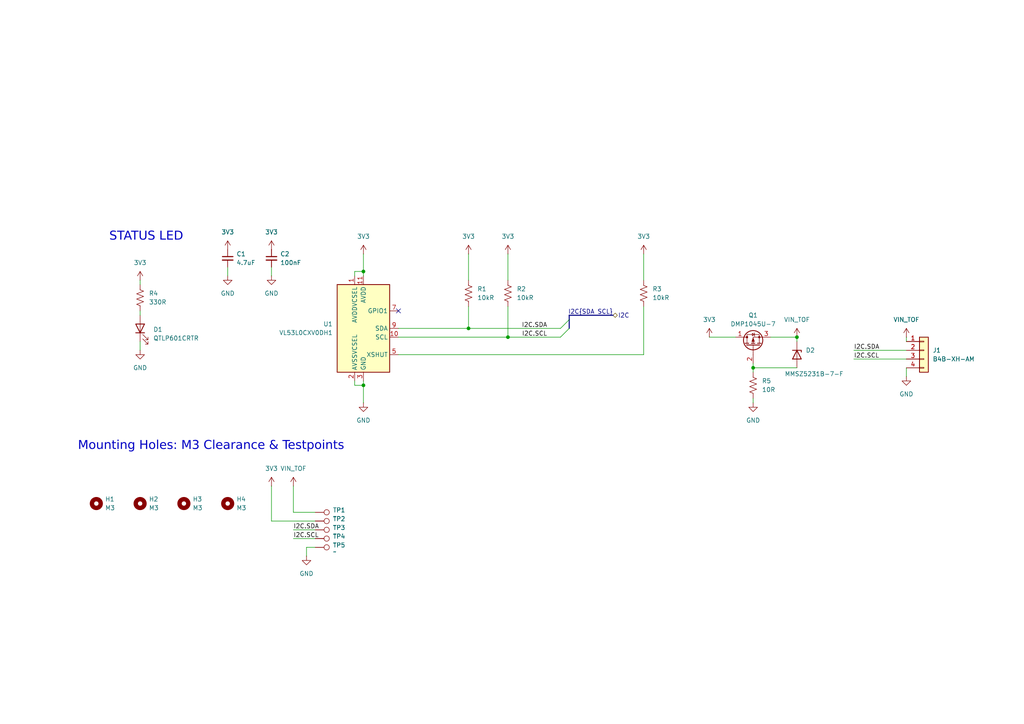
<source format=kicad_sch>
(kicad_sch (version 20231120) (generator "eeschema") (generator_version "8.0")
  (paper "A4")
  (title_block (title "${SHEETNAME}") (date "2024-11-26") (rev "1.0.0") (company "Demeter") (comment 1 "Akshat Doctor"))
  (lib_symbols
    (symbol "Connector:TestPoint" (pin_numbers hide) (pin_names (offset 0.762) hide)
      (property "Reference" "TP" (at 0 6.858 0))
      (property "Value" "TestPoint" (at 0 5.08 0))
      (symbol "TestPoint_0_1"
        (circle (center 0 3.302) (radius 0.762))
      )
      (symbol "TestPoint_1_1"
        (pin passive line (at 0 0 90) (length 2.54) (name "1") (number "1"))
      )
    )
    (symbol "Connector_Generic:Conn_01x04" (pin_names (offset 1.016) hide)
      (property "Reference" "J" (at 0 5.08 0))
      (property "Value" "Conn_01x04" (at 0 -7.62 0))
      (symbol "Conn_01x04_1_1"
        (rectangle (start -1.27 -4.953) (end 0 -5.207) (stroke (width 0.1524)))
        (rectangle (start -1.27 -2.413) (end 0 -2.667) (stroke (width 0.1524)))
        (rectangle (start -1.27 0.127) (end 0 -0.127) (stroke (width 0.1524)))
        (rectangle (start -1.27 2.667) (end 0 2.413) (stroke (width 0.1524)))
        (rectangle (start -1.27 3.81) (end 1.27 -6.35) (stroke (width 0.254)) (fill (type background)))
        (pin passive line (at -5.08 2.54 0) (length 3.81) (name "Pin_1") (number "1"))
        (pin passive line (at -5.08 0 0) (length 3.81) (name "Pin_2") (number "2"))
        (pin passive line (at -5.08 -2.54 0) (length 3.81) (name "Pin_3") (number "3"))
        (pin passive line (at -5.08 -5.08 0) (length 3.81) (name "Pin_4") (number "4"))
      )
    )
    (symbol "Device:C_Small" (pin_numbers hide) (pin_names (offset 0.254) hide)
      (property "Reference" "C" (at 0.254 1.778 0))
      (property "Value" "C_Small" (at 0.254 -2.032 0))
      (symbol "C_Small_0_1"
        (polyline (pts (xy -1.524 -0.508) (xy 1.524 -0.508)) (stroke (width 0.3302)))
        (polyline (pts (xy -1.524 0.508) (xy 1.524 0.508)) (stroke (width 0.3048)))
      )
      (symbol "C_Small_1_1"
        (pin passive line (at 0 2.54 270) (length 2.032) (name "~") (number "1"))
        (pin passive line (at 0 -2.54 90) (length 2.032) (name "~") (number "2"))
      )
    )
    (symbol "Device:D_Zener" (pin_numbers hide) (pin_names (offset 1.016) hide)
      (property "Reference" "D" (at 0 2.54 0))
      (property "Value" "D_Zener" (at 0 -2.54 0))
      (symbol "D_Zener_0_1"
        (polyline (pts (xy 1.27 0) (xy -1.27 0)))
        (polyline (pts (xy -1.27 -1.27) (xy -1.27 1.27) (xy -0.762 1.27)) (stroke (width 0.254)))
        (polyline (pts (xy 1.27 -1.27) (xy 1.27 1.27) (xy -1.27 0) (xy 1.27 -1.27)) (stroke (width 0.254)))
      )
      (symbol "D_Zener_1_1"
        (pin passive line (at -3.81 0 0) (length 2.54) (name "K") (number "1"))
        (pin passive line (at 3.81 0 180) (length 2.54) (name "A") (number "2"))
      )
    )
    (symbol "Device:LED" (pin_numbers hide) (pin_names (offset 1.016) hide)
      (property "Reference" "D" (at 0 2.54 0))
      (property "Value" "LED" (at 0 -2.54 0))
      (symbol "LED_0_1"
        (polyline (pts (xy -1.27 -1.27) (xy -1.27 1.27)) (stroke (width 0.254)))
        (polyline (pts (xy -1.27 0) (xy 1.27 0)))
        (polyline (pts (xy 1.27 -1.27) (xy 1.27 1.27) (xy -1.27 0) (xy 1.27 -1.27)) (stroke (width 0.254)))
        (polyline (pts (xy -3.048 -0.762) (xy -4.572 -2.286) (xy -3.81 -2.286) (xy -4.572 -2.286) (xy -4.572 -1.524)))
        (polyline (pts (xy -1.778 -0.762) (xy -3.302 -2.286) (xy -2.54 -2.286) (xy -3.302 -2.286) (xy -3.302 -1.524)))
      )
      (symbol "LED_1_1"
        (pin passive line (at -3.81 0 0) (length 2.54) (name "K") (number "1"))
        (pin passive line (at 3.81 0 180) (length 2.54) (name "A") (number "2"))
      )
    )
    (symbol "Device:Q_PMOS_DGS" (pin_names (offset 0) hide)
      (property "Reference" "Q" (at 5.08 1.27 0))
      (property "Value" "Q_PMOS_DGS" (at 5.08 -1.27 0))
      (symbol "Q_PMOS_DGS_0_1"
        (polyline (pts (xy 0.254 0) (xy -2.54 0)))
        (polyline (pts (xy 0.254 1.905) (xy 0.254 -1.905)) (stroke (width 0.254)))
        (polyline (pts (xy 0.762 -1.27) (xy 0.762 -2.286)) (stroke (width 0.254)))
        (polyline (pts (xy 0.762 0.508) (xy 0.762 -0.508)) (stroke (width 0.254)))
        (polyline (pts (xy 0.762 2.286) (xy 0.762 1.27)) (stroke (width 0.254)))
        (polyline (pts (xy 2.54 2.54) (xy 2.54 1.778)))
        (polyline (pts (xy 2.54 -2.54) (xy 2.54 0) (xy 0.762 0)))
        (polyline (pts (xy 0.762 1.778) (xy 3.302 1.778) (xy 3.302 -1.778) (xy 0.762 -1.778)))
        (polyline (pts (xy 2.286 0) (xy 1.27 0.381) (xy 1.27 -0.381) (xy 2.286 0)) (fill (type outline)))
        (polyline (pts (xy 2.794 -0.508) (xy 2.921 -0.381) (xy 3.683 -0.381) (xy 3.81 -0.254)))
        (polyline (pts (xy 3.302 -0.381) (xy 2.921 0.254) (xy 3.683 0.254) (xy 3.302 -0.381)))
        (circle (center 1.651 0) (radius 2.794) (stroke (width 0.254)))
        (circle (center 2.54 -1.778) (radius 0.254) (fill (type outline)))
        (circle (center 2.54 1.778) (radius 0.254) (fill (type outline)))
      )
      (symbol "Q_PMOS_DGS_1_1"
        (pin passive line (at 2.54 5.08 270) (length 2.54) (name "D") (number "1"))
        (pin input line (at -5.08 0 0) (length 2.54) (name "G") (number "2"))
        (pin passive line (at 2.54 -5.08 90) (length 2.54) (name "S") (number "3"))
      )
    )
    (symbol "Device:R_US" (pin_numbers hide) (pin_names (offset 0))
      (property "Reference" "R" (at 2.54 0 90))
      (property "Value" "R_US" (at -2.54 0 90))
      (symbol "R_US_0_1"
        (polyline (pts (xy 0 -2.286) (xy 0 -2.54)))
        (polyline (pts (xy 0 2.286) (xy 0 2.54)))
        (polyline (pts (xy 0 -0.762) (xy 1.016 -1.143) (xy 0 -1.524) (xy -1.016 -1.905) (xy 0 -2.286)))
        (polyline (pts (xy 0 0.762) (xy 1.016 0.381) (xy 0 0) (xy -1.016 -0.381) (xy 0 -0.762)))
        (polyline (pts (xy 0 2.286) (xy 1.016 1.905) (xy 0 1.524) (xy -1.016 1.143) (xy 0 0.762)))
      )
      (symbol "R_US_1_1"
        (pin passive line (at 0 3.81 270) (length 1.27) (name "~") (number "1"))
        (pin passive line (at 0 -3.81 90) (length 1.27) (name "~") (number "2"))
      )
    )
    (symbol "Mechanical:MountingHole" (pin_names (offset 1.016)) (exclude_from_sim yes) (in_bom no)
      (property "Reference" "H" (at 0 5.08 0))
      (property "Value" "MountingHole" (at 0 3.175 0))
      (symbol "MountingHole_0_1"
        (circle (center 0 0) (radius 1.27) (stroke (width 1.27)))
      )
    )
    (symbol "Sensor_Distance:VL53L0CXV0DH1"
      (property "Reference" "U" (at -6.35 13.97 0))
      (property "Value" "VL53L0CXV0DH1" (at 12.065 13.97 0))
      (symbol "VL53L0CXV0DH1_0_1"
        (rectangle (start -7.62 12.7) (end 7.62 -12.7) (stroke (width 0.254)) (fill (type background)))
      )
      (symbol "VL53L0CXV0DH1_1_1"
        (pin power_in line (at 2.54 15.24 270) (length 2.54) (name "AVDDVCSEL") (number "1"))
        (pin input line (at -10.16 -2.54 0) (length 2.54) (name "SCL") (number "10"))
        (pin power_in line (at 0 15.24 270) (length 2.54) (name "AVDD") (number "11"))
        (pin passive line (at 0 -15.24 90) (length 2.54) hide (name "GND") (number "12"))
        (pin power_in line (at 2.54 -15.24 90) (length 2.54) (name "AVSSVCSEL") (number "2"))
        (pin power_in line (at 0 -15.24 90) (length 2.54) (name "GND") (number "3"))
        (pin passive line (at 0 -15.24 90) (length 2.54) hide (name "GND") (number "4"))
        (pin input line (at -10.16 -7.62 0) (length 2.54) (name "XSHUT") (number "5"))
        (pin passive line (at 0 -15.24 90) (length 2.54) hide (name "GND") (number "6"))
        (pin open_collector line (at -10.16 5.08 0) (length 2.54) (name "GPIO1") (number "7"))
        (pin no_connect line (at -7.62 7.62 0) (length 2.54) hide (name "DNC") (number "8"))
        (pin bidirectional line (at -10.16 0 0) (length 2.54) (name "SDA") (number "9"))
      )
    )
    (symbol "power:GND" (power) (pin_numbers hide) (pin_names (offset 0) hide)
      (property "Value" "GND" (at 0 -3.81 0))
      (symbol "GND_0_1"
        (polyline (pts (xy 0 0) (xy 0 -1.27) (xy 1.27 -1.27) (xy 0 -2.54) (xy -1.27 -1.27) (xy 0 -1.27)))
      )
      (symbol "GND_1_1"
        (pin power_in line (at 0 0 270) (length 0) (name "~") (number "1"))
      )
    )
    (symbol "power:VBUS" (power) (pin_numbers hide) (pin_names (offset 0) hide)
      (property "Value" "VBUS" (at 0 3.556 0))
      (symbol "VBUS_0_1"
        (polyline (pts (xy -0.762 1.27) (xy 0 2.54)))
        (polyline (pts (xy 0 0) (xy 0 2.54)))
        (polyline (pts (xy 0 2.54) (xy 0.762 1.27)))
      )
      (symbol "VBUS_1_1"
        (pin power_in line (at 0 0 90) (length 0) (name "~") (number "1"))
      )
    )
  )
  (junction (at 218.44 106.68))
  (junction (at 105.41 78.74))
  (junction (at 147.32 97.79))
  (junction (at 135.89 95.25))
  (junction (at 105.41 111.76))
  (junction (at 231.14 97.79))
  (no_connect (at 115.57 90.17))
  (bus_entry (at 165.1 92.71) (size -2.54 2.54))
  (bus_entry (at 165.1 95.25) (size -2.54 2.54))
  (wire (pts (xy 247.65 104.14) (xy 262.89 104.14)))
  (wire (pts (xy 102.87 110.49) (xy 102.87 111.76)))
  (wire (pts (xy 186.69 88.9) (xy 186.69 102.87)))
  (wire (pts (xy 105.41 78.74) (xy 105.41 80.01)))
  (wire (pts (xy 91.44 148.59) (xy 85.09 148.59)))
  (wire (pts (xy 102.87 78.74) (xy 105.41 78.74)))
  (wire (pts (xy 40.64 90.17) (xy 40.64 91.44)))
  (wire (pts (xy 88.9 158.75) (xy 88.9 161.29)))
  (wire (pts (xy 102.87 111.76) (xy 105.41 111.76)))
  (wire (pts (xy 218.44 106.68) (xy 231.14 106.68)))
  (wire (pts (xy 78.74 140.97) (xy 78.74 151.13)))
  (bus (pts (xy 165.1 92.71) (xy 165.1 95.25)))
  (wire (pts (xy 135.89 95.25) (xy 115.57 95.25)))
  (wire (pts (xy 162.56 95.25) (xy 135.89 95.25)))
  (wire (pts (xy 247.65 101.6) (xy 262.89 101.6)))
  (wire (pts (xy 135.89 73.66) (xy 135.89 81.28)))
  (wire (pts (xy 91.44 158.75) (xy 88.9 158.75)))
  (wire (pts (xy 105.41 111.76) (xy 105.41 116.84)))
  (wire (pts (xy 135.89 88.9) (xy 135.89 95.25)))
  (wire (pts (xy 231.14 99.06) (xy 231.14 97.79)))
  (wire (pts (xy 105.41 73.66) (xy 105.41 78.74)))
  (wire (pts (xy 223.52 97.79) (xy 231.14 97.79)))
  (wire (pts (xy 218.44 115.57) (xy 218.44 116.84)))
  (wire (pts (xy 147.32 88.9) (xy 147.32 97.79)))
  (wire (pts (xy 66.04 77.47) (xy 66.04 80.01)))
  (wire (pts (xy 91.44 151.13) (xy 78.74 151.13)))
  (wire (pts (xy 147.32 97.79) (xy 115.57 97.79)))
  (wire (pts (xy 102.87 80.01) (xy 102.87 78.74)))
  (wire (pts (xy 85.09 140.97) (xy 85.09 148.59)))
  (wire (pts (xy 40.64 81.28) (xy 40.64 82.55)))
  (wire (pts (xy 218.44 107.95) (xy 218.44 106.68)))
  (wire (pts (xy 40.64 99.06) (xy 40.64 101.6)))
  (wire (pts (xy 262.89 106.68) (xy 262.89 109.22)))
  (wire (pts (xy 78.74 77.47) (xy 78.74 80.01)))
  (wire (pts (xy 85.09 153.67) (xy 91.44 153.67)))
  (bus (pts (xy 177.8 91.44) (xy 165.1 91.44)))
  (wire (pts (xy 218.44 105.41) (xy 218.44 106.68)))
  (wire (pts (xy 115.57 102.87) (xy 186.69 102.87)))
  (wire (pts (xy 262.89 97.79) (xy 262.89 99.06)))
  (wire (pts (xy 105.41 110.49) (xy 105.41 111.76)))
  (wire (pts (xy 85.09 156.21) (xy 91.44 156.21)))
  (wire (pts (xy 205.74 97.79) (xy 213.36 97.79)))
  (bus (pts (xy 165.1 91.44) (xy 165.1 92.71)))
  (wire (pts (xy 186.69 73.66) (xy 186.69 81.28)))
  (wire (pts (xy 147.32 73.66) (xy 147.32 81.28)))
  (wire (pts (xy 162.56 97.79) (xy 147.32 97.79)))
  (text "STATUS LED\n" (exclude_from_sim yes) (at 42.418 69.342 0) (effects (font (size 2.54 2.54))))
  (text "Mounting Holes: M3 Clearance & Testpoints\n" (at 61.214 130.048 0) (effects (font (size 2.54 2.54))))
  (label "I2C.SCL" (at 247.65 104.14 0))
  (label "I2C{SDA SCL}" (at 177.8 91.44 180))
  (label "I2C.SDA" (at 158.75 95.25 180))
  (label "I2C.SDA" (at 85.09 153.67 0))
  (label "I2C.SCL" (at 85.09 156.21 0))
  (label "I2C.SCL" (at 158.75 97.79 180))
  (label "I2C.SDA" (at 247.65 101.6 0))
  (hierarchical_label "I2C" (shape bidirectional) (at 177.8 91.44 0))
  (symbol (lib_id "power:GND") (at 40.64 101.6 0) (mirror y) (unit 1)
    (property "Reference" "#PWR013" (effects (hide yes)))
    (property "Value" "GND" (at 40.64 106.68 0))
    (property "Description" "Power symbol creates a global label with name \"GND\" , ground" (effects (hide yes)))
  )
  (symbol (lib_id "power:VBUS") (at 105.41 73.66 0) (unit 1)
    (property "Reference" "#PWR03" (effects (hide yes)))
    (property "Value" "3V3" (at 105.41 68.58 0))
    (property "Description" "Power symbol creates a global label with name \"VBUS\"" (effects (hide yes)))
  )
  (symbol (lib_id "power:VBUS") (at 66.04 72.39 0) (mirror y) (unit 1)
    (property "Reference" "#PWR01" (effects (hide yes)))
    (property "Value" "3V3" (at 66.04 67.31 0))
    (property "Description" "Power symbol creates a global label with name \"VBUS\"" (effects (hide yes)))
  )
  (symbol (lib_id "Device:C_Small") (at 78.74 74.93 0) (unit 1)
    (property "Reference" "C2" (at 81.28 73.6662 0) (effects (justify left)))
    (property "Value" "100nF" (at 81.28 76.2062 0) (effects (justify left)))
    (property "Footprint" "Capacitor_SMD:C_1206_3216Metric" (effects (hide yes)))
    (property "Description" "Unpolarized capacitor, small symbol" (effects (hide yes)))
    (property "Part Number" "CL31B104KCFNNNE" (effects (hide yes)))
  )
  (symbol (lib_id "Device:D_Zener") (at 231.14 102.87 270) (unit 1)
    (property "Reference" "D2" (at 233.68 101.5999 90) (effects (justify left)))
    (property "Value" "MMSZ5231B-7-F" (at 227.584 108.458 90) (effects (justify left)))
    (property "Footprint" "Diode_SMD:D_SOD-123" (effects (hide yes)))
    (property "Description" "Zener diode" (effects (hide yes)))
    (property "Part Number" "MMSZ5231B-7-F" (effects (hide yes)))
  )
  (symbol (lib_id "Connector:TestPoint") (at 91.44 151.13 270) (unit 1)
    (property "Reference" "TP2" (at 96.52 150.4949 90) (effects (justify left)))
    (property "Value" "~" (at 96.52 152.4 90) (effects (justify left)))
    (property "Footprint" "TestPoint:TestPoint_Pad_D1.0mm" (effects (hide yes)))
    (property "Description" "test point" (effects (hide yes)))
  )
  (symbol (lib_id "Sensor_Distance:VL53L0CXV0DH1") (at 105.41 95.25 0) (mirror y) (unit 1)
    (property "Reference" "U1" (at 96.52 93.9799 0) (effects (justify left)))
    (property "Value" "VL53L0CXV0DH1" (at 96.52 96.5199 0) (effects (justify left)))
    (property "Footprint" "Sensor_Distance:ST_VL53L1x" (effects (hide yes)))
    (property "Datasheet" "https://www.st.com/resource/en/datasheet/vl53l0x.pdf" (effects (hide yes)))
    (property "Description" "2m distance ranging ToF sensor, Optical LGA12" (effects (hide yes)))
    (property "Part Number" "VL53L0X" (effects (hide yes)))
  )
  (symbol (lib_id "Mechanical:MountingHole") (at 66.04 146.05 0) (unit 1) (exclude_from_sim yes) (in_bom no)
    (property "Reference" "H4" (at 68.58 144.7799 0) (effects (justify left)))
    (property "Value" "M3" (at 68.58 147.3199 0) (effects (justify left)))
    (property "Footprint" "MountingHole:MountingHole_3.2mm_M3" (effects (hide yes)))
    (property "Description" "Mounting Hole without connection" (effects (hide yes)))
  )
  (symbol (lib_id "power:VBUS") (at 78.74 140.97 0) (mirror y) (unit 1)
    (property "Reference" "#PWR017" (effects (hide yes)))
    (property "Value" "3V3" (at 78.74 135.89 0))
    (property "Description" "Power symbol creates a global label with name \"VBUS\"" (effects (hide yes)))
  )
  (symbol (lib_id "Device:LED") (at 40.64 95.25 90) (unit 1)
    (property "Reference" "D1" (at 44.45 95.5674 90) (effects (justify right)))
    (property "Value" "QTLP601CRTR" (at 44.45 98.1074 90) (effects (justify right)))
    (property "Footprint" "LED_SMD:LED_0603_1608Metric" (effects (hide yes)))
    (property "Description" "Light emitting diode" (effects (hide yes)))
    (property "Part Number" "QTLP601CRTR" (effects (hide yes)))
  )
  (symbol (lib_id "power:VBUS") (at 78.74 72.39 0) (mirror y) (unit 1)
    (property "Reference" "#PWR02" (effects (hide yes)))
    (property "Value" "3V3" (at 78.74 67.31 0))
    (property "Description" "Power symbol creates a global label with name \"VBUS\"" (effects (hide yes)))
  )
  (symbol (lib_id "Connector:TestPoint") (at 91.44 153.67 270) (unit 1)
    (property "Reference" "TP3" (at 96.52 153.0349 90) (effects (justify left)))
    (property "Value" "~" (at 96.52 154.94 90) (effects (justify left)))
    (property "Footprint" "TestPoint:TestPoint_Pad_D1.0mm" (effects (hide yes)))
    (property "Description" "test point" (effects (hide yes)))
  )
  (symbol (lib_id "Device:R_US") (at 147.32 85.09 0) (unit 1)
    (property "Reference" "R2" (at 149.86 83.8199 0) (effects (justify left)))
    (property "Value" "10kR" (at 149.86 86.3599 0) (effects (justify left)))
    (property "Footprint" "Resistor_SMD:R_0603_1608Metric" (effects (hide yes)))
    (property "Description" "Resistor, US symbol" (effects (hide yes)))
    (property "Part Number" "RC0603FR-0710KL" (effects (hide yes)))
  )
  (symbol (lib_id "Device:R_US") (at 40.64 86.36 180) (unit 1)
    (property "Reference" "R4" (at 43.18 85.0899 0) (effects (justify right)))
    (property "Value" "330R" (at 43.18 87.6299 0) (effects (justify right)))
    (property "Footprint" "Resistor_SMD:R_0402_1005Metric" (effects (hide yes)))
    (property "Description" "Resistor, US symbol" (effects (hide yes)))
    (property "Part Number" "RC0603FR-07330RL" (effects (hide yes)))
  )
  (symbol (lib_id "Connector_Generic:Conn_01x04") (at 267.97 101.6 0) (unit 1)
    (property "Reference" "J1" (at 270.51 101.5999 0) (effects (justify left)))
    (property "Value" "B4B-XH-AM" (at 270.51 104.1399 0) (effects (justify left)))
    (property "Footprint" "Connector_JST:JST_XH_B4B-XH-AM_1x04_P2.50mm_Vertical" (effects (hide yes)))
    (property "Description" "Generic connector, single row, 01x04, script generated (kicad-library-utils/schlib/autogen/connector/)" (effects (hide yes)))
    (property "Part Number" "B4B-XH-AM" (effects (hide yes)))
  )
  (symbol (lib_id "power:VBUS") (at 231.14 97.79 0) (mirror y) (unit 1)
    (property "Reference" "#PWR011" (effects (hide yes)))
    (property "Value" "VIN_TOF" (at 231.14 92.71 0))
    (property "Description" "Power symbol creates a global label with name \"VBUS\"" (effects (hide yes)))
  )
  (symbol (lib_id "power:VBUS") (at 40.64 81.28 0) (mirror y) (unit 1)
    (property "Reference" "#PWR09" (effects (hide yes)))
    (property "Value" "3V3" (at 40.64 76.2 0))
    (property "Description" "Power symbol creates a global label with name \"VBUS\"" (effects (hide yes)))
  )
  (symbol (lib_id "Device:R_US") (at 186.69 85.09 0) (unit 1)
    (property "Reference" "R3" (at 189.23 83.8199 0) (effects (justify left)))
    (property "Value" "10kR" (at 189.23 86.3599 0) (effects (justify left)))
    (property "Footprint" "Resistor_SMD:R_0603_1608Metric" (effects (hide yes)))
    (property "Description" "Resistor, US symbol" (effects (hide yes)))
    (property "Part Number" "RC0603FR-0710KL" (effects (hide yes)))
  )
  (symbol (lib_id "power:VBUS") (at 147.32 73.66 0) (unit 1)
    (property "Reference" "#PWR05" (effects (hide yes)))
    (property "Value" "3V3" (at 147.32 68.58 0))
    (property "Description" "Power symbol creates a global label with name \"VBUS\"" (effects (hide yes)))
  )
  (symbol (lib_id "Mechanical:MountingHole") (at 27.94 146.05 0) (unit 1) (exclude_from_sim yes) (in_bom no)
    (property "Reference" "H1" (at 30.48 144.7799 0) (effects (justify left)))
    (property "Value" "M3" (at 30.48 147.3199 0) (effects (justify left)))
    (property "Footprint" "MountingHole:MountingHole_3.2mm_M3" (effects (hide yes)))
    (property "Description" "Mounting Hole without connection" (effects (hide yes)))
  )
  (symbol (lib_id "Mechanical:MountingHole") (at 40.64 146.05 0) (unit 1) (exclude_from_sim yes) (in_bom no)
    (property "Reference" "H2" (at 43.18 144.7799 0) (effects (justify left)))
    (property "Value" "M3" (at 43.18 147.3199 0) (effects (justify left)))
    (property "Footprint" "MountingHole:MountingHole_3.2mm_M3" (effects (hide yes)))
    (property "Description" "Mounting Hole without connection" (effects (hide yes)))
  )
  (symbol (lib_id "power:VBUS") (at 262.89 97.79 0) (mirror y) (unit 1)
    (property "Reference" "#PWR012" (effects (hide yes)))
    (property "Value" "VIN_TOF" (at 262.89 92.71 0))
    (property "Description" "Power symbol creates a global label with name \"VBUS\"" (effects (hide yes)))
  )
  (symbol (lib_id "power:VBUS") (at 135.89 73.66 0) (unit 1)
    (property "Reference" "#PWR04" (effects (hide yes)))
    (property "Value" "3V3" (at 135.89 68.58 0))
    (property "Description" "Power symbol creates a global label with name \"VBUS\"" (effects (hide yes)))
  )
  (symbol (lib_id "power:GND") (at 88.9 161.29 0) (mirror y) (unit 1)
    (property "Reference" "#PWR019" (effects (hide yes)))
    (property "Value" "GND" (at 88.9 166.37 0))
    (property "Description" "Power symbol creates a global label with name \"GND\" , ground" (effects (hide yes)))
  )
  (symbol (lib_id "power:GND") (at 105.41 116.84 0) (mirror y) (unit 1)
    (property "Reference" "#PWR015" (effects (hide yes)))
    (property "Value" "GND" (at 105.41 121.92 0))
    (property "Description" "Power symbol creates a global label with name \"GND\" , ground" (effects (hide yes)))
  )
  (symbol (lib_id "power:GND") (at 218.44 116.84 0) (mirror y) (unit 1)
    (property "Reference" "#PWR016" (effects (hide yes)))
    (property "Value" "GND" (at 218.44 121.92 0))
    (property "Description" "Power symbol creates a global label with name \"GND\" , ground" (effects (hide yes)))
  )
  (symbol (lib_id "Mechanical:MountingHole") (at 53.34 146.05 0) (unit 1) (exclude_from_sim yes) (in_bom no)
    (property "Reference" "H3" (at 55.88 144.7799 0) (effects (justify left)))
    (property "Value" "M3" (at 55.88 147.3199 0) (effects (justify left)))
    (property "Footprint" "MountingHole:MountingHole_3.2mm_M3" (effects (hide yes)))
    (property "Description" "Mounting Hole without connection" (effects (hide yes)))
  )
  (symbol (lib_id "Device:R_US") (at 218.44 111.76 0) (unit 1)
    (property "Reference" "R5" (at 220.98 110.4899 0) (effects (justify left)))
    (property "Value" "10R" (at 220.98 113.0299 0) (effects (justify left)))
    (property "Footprint" "Resistor_SMD:R_0402_1005Metric" (effects (hide yes)))
    (property "Description" "Resistor, US symbol" (effects (hide yes)))
    (property "Part Number" "RC0603FR-0710RL" (effects (hide yes)))
  )
  (symbol (lib_id "Device:Q_PMOS_DGS") (at 218.44 100.33 90) (unit 1)
    (property "Reference" "Q1" (at 218.44 91.44 90))
    (property "Value" "DMP1045U-7" (at 218.44 93.98 90))
    (property "Footprint" "Package_TO_SOT_SMD:SOT-23-3" (effects (hide yes)))
    (property "Description" "P-MOSFET transistor, drain/gate/source" (effects (hide yes)))
    (property "Part Number" "DMP1045U-7" (effects (hide yes)))
  )
  (symbol (lib_id "Device:R_US") (at 135.89 85.09 0) (unit 1)
    (property "Reference" "R1" (at 138.43 83.8199 0) (effects (justify left)))
    (property "Value" "10kR" (at 138.43 86.3599 0) (effects (justify left)))
    (property "Footprint" "Resistor_SMD:R_0603_1608Metric" (effects (hide yes)))
    (property "Description" "Resistor, US symbol" (effects (hide yes)))
    (property "Part Number" "RC0603FR-0710KL" (effects (hide yes)))
  )
  (symbol (lib_id "power:VBUS") (at 186.69 73.66 0) (unit 1)
    (property "Reference" "#PWR06" (effects (hide yes)))
    (property "Value" "3V3" (at 186.69 68.58 0))
    (property "Description" "Power symbol creates a global label with name \"VBUS\"" (effects (hide yes)))
  )
  (symbol (lib_id "power:GND") (at 262.89 109.22 0) (unit 1)
    (property "Reference" "#PWR014" (effects (hide yes)))
    (property "Value" "GND" (at 262.89 114.3 0))
    (property "Description" "Power symbol creates a global label with name \"GND\" , ground" (effects (hide yes)))
  )
  (symbol (lib_id "Device:C_Small") (at 66.04 74.93 0) (unit 1)
    (property "Reference" "C1" (at 68.58 73.6662 0) (effects (justify left)))
    (property "Value" "4.7uF" (at 68.58 76.2062 0) (effects (justify left)))
    (property "Footprint" "Capacitor_SMD:C_1210_3225Metric" (effects (hide yes)))
    (property "Description" "Unpolarized capacitor, small symbol" (effects (hide yes)))
    (property "Part Number" "CL32Y475MCIVPNE" (effects (hide yes)))
  )
  (symbol (lib_id "Connector:TestPoint") (at 91.44 158.75 270) (unit 1)
    (property "Reference" "TP5" (at 96.52 158.1149 90) (effects (justify left)))
    (property "Value" "~" (at 96.52 160.02 90) (effects (justify left)))
    (property "Footprint" "TestPoint:TestPoint_Pad_D1.0mm" (effects (hide yes)))
    (property "Description" "test point" (effects (hide yes)))
  )
  (symbol (lib_id "power:GND") (at 78.74 80.01 0) (unit 1)
    (property "Reference" "#PWR08" (effects (hide yes)))
    (property "Value" "GND" (at 78.74 85.09 0))
    (property "Description" "Power symbol creates a global label with name \"GND\" , ground" (effects (hide yes)))
  )
  (symbol (lib_id "Connector:TestPoint") (at 91.44 156.21 270) (unit 1)
    (property "Reference" "TP4" (at 96.52 155.5749 90) (effects (justify left)))
    (property "Value" "~" (at 96.52 157.48 90) (effects (justify left)))
    (property "Footprint" "TestPoint:TestPoint_Pad_D1.0mm" (effects (hide yes)))
    (property "Description" "test point" (effects (hide yes)))
  )
  (symbol (lib_id "power:GND") (at 66.04 80.01 0) (unit 1)
    (property "Reference" "#PWR07" (effects (hide yes)))
    (property "Value" "GND" (at 66.04 85.09 0))
    (property "Description" "Power symbol creates a global label with name \"GND\" , ground" (effects (hide yes)))
  )
  (symbol (lib_id "power:VBUS") (at 205.74 97.79 0) (mirror y) (unit 1)
    (property "Reference" "#PWR010" (effects (hide yes)))
    (property "Value" "3V3" (at 205.74 92.71 0))
    (property "Description" "Power symbol creates a global label with name \"VBUS\"" (effects (hide yes)))
  )
  (symbol (lib_id "power:VBUS") (at 85.09 140.97 0) (mirror y) (unit 1)
    (property "Reference" "#PWR018" (effects (hide yes)))
    (property "Value" "VIN_TOF" (at 85.09 135.89 0))
    (property "Description" "Power symbol creates a global label with name \"VBUS\"" (effects (hide yes)))
  )
  (symbol (lib_id "Connector:TestPoint") (at 91.44 148.59 270) (unit 1)
    (property "Reference" "TP1" (at 96.52 147.9549 90) (effects (justify left)))
    (property "Value" "~" (at 96.52 149.86 90) (effects (justify left)))
    (property "Footprint" "TestPoint:TestPoint_Pad_D1.0mm" (effects (hide yes)))
    (property "Description" "test point" (effects (hide yes)))
  )
)
</source>
